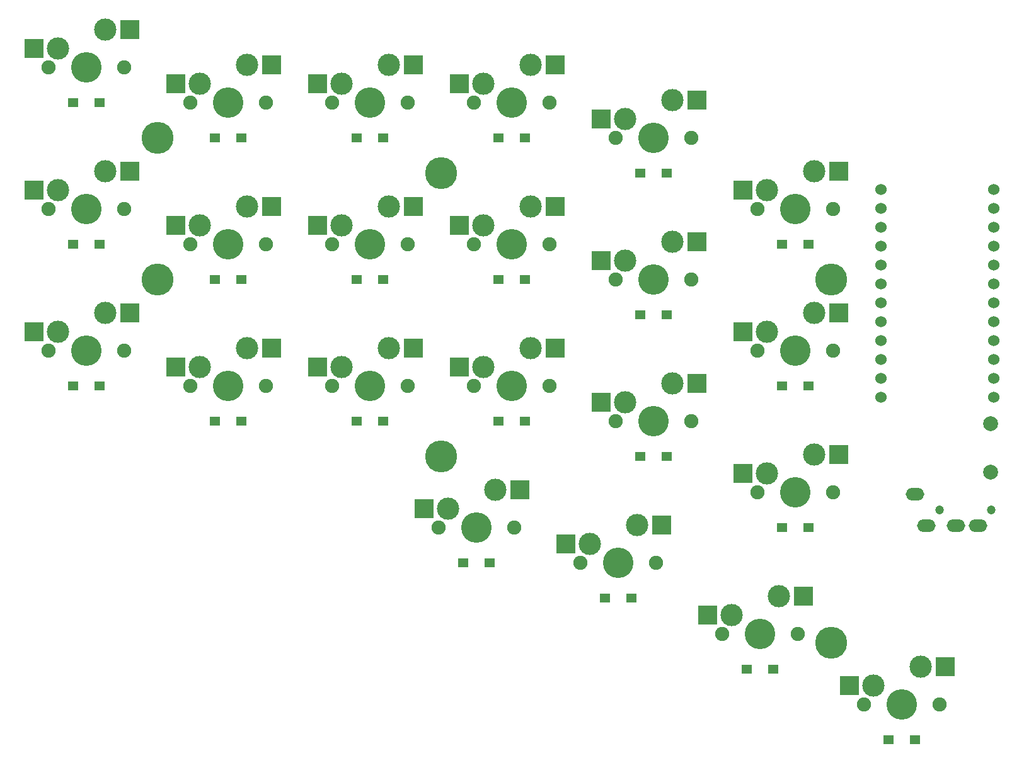
<source format=gbs>
%TF.GenerationSoftware,KiCad,Pcbnew,(7.0.0)*%
%TF.CreationDate,2023-04-23T18:46:31+09:00*%
%TF.ProjectId,mysplit44_pcb_l,6d797370-6c69-4743-9434-5f7063625f6c,rev?*%
%TF.SameCoordinates,Original*%
%TF.FileFunction,Soldermask,Bot*%
%TF.FilePolarity,Negative*%
%FSLAX46Y46*%
G04 Gerber Fmt 4.6, Leading zero omitted, Abs format (unit mm)*
G04 Created by KiCad (PCBNEW (7.0.0)) date 2023-04-23 18:46:31*
%MOMM*%
%LPD*%
G01*
G04 APERTURE LIST*
%ADD10C,1.900000*%
%ADD11C,3.000000*%
%ADD12C,4.100000*%
%ADD13R,2.550000X2.500000*%
%ADD14C,1.524000*%
%ADD15C,4.300000*%
%ADD16C,2.000000*%
%ADD17C,1.200000*%
%ADD18O,2.500000X1.700000*%
%ADD19R,1.400000X1.300000*%
G04 APERTURE END LIST*
D10*
%TO.C,SW6*%
X118745000Y-50006250D03*
D11*
X120015000Y-47466250D03*
D12*
X123825000Y-50006250D03*
D11*
X126365000Y-44926250D03*
D10*
X128905000Y-50006250D03*
D13*
X116739999Y-47466249D03*
X129666999Y-44926249D03*
%TD*%
D10*
%TO.C,SW8*%
X42545000Y-54768750D03*
D11*
X43815000Y-52228750D03*
D12*
X47625000Y-54768750D03*
D11*
X50165000Y-49688750D03*
D10*
X52705000Y-54768750D03*
D13*
X40539999Y-52228749D03*
X53466999Y-49688749D03*
%TD*%
D10*
%TO.C,SW18*%
X118745000Y-88106250D03*
D11*
X120015000Y-85566250D03*
D12*
X123825000Y-88106250D03*
D11*
X126365000Y-83026250D03*
D10*
X128905000Y-88106250D03*
D13*
X116739999Y-85566249D03*
X129666999Y-83026249D03*
%TD*%
D10*
%TO.C,SW21*%
X113982500Y-107156250D03*
D11*
X115252500Y-104616250D03*
D12*
X119062500Y-107156250D03*
D11*
X121602500Y-102076250D03*
D10*
X124142500Y-107156250D03*
D13*
X111977499Y-104616249D03*
X124904499Y-102076249D03*
%TD*%
D14*
%TO.C,U1*%
X150486400Y-47434500D03*
X150486400Y-49974500D03*
X150486400Y-52514500D03*
X150486400Y-55054500D03*
X150486400Y-57594500D03*
X150486400Y-60134500D03*
X150486400Y-62674500D03*
X150486400Y-65214500D03*
X150486400Y-67754500D03*
X150486400Y-70294500D03*
X150486400Y-72834500D03*
X150486400Y-75374500D03*
X135266400Y-75374500D03*
X135266400Y-72834500D03*
X135266400Y-70294500D03*
X135266400Y-67754500D03*
X135266400Y-65214500D03*
X135266400Y-62674500D03*
X135266400Y-60134500D03*
X135266400Y-57594500D03*
X135266400Y-55054500D03*
X135266400Y-52514500D03*
X135266400Y-49974500D03*
X135266400Y-47434500D03*
%TD*%
D10*
%TO.C,SW22*%
X133032500Y-116681250D03*
D11*
X134302500Y-114141250D03*
D12*
X138112500Y-116681250D03*
D11*
X140652500Y-111601250D03*
D10*
X143192500Y-116681250D03*
D13*
X131027499Y-114141249D03*
X143954499Y-111601249D03*
%TD*%
D10*
%TO.C,SW17*%
X99695000Y-78581250D03*
D11*
X100965000Y-76041250D03*
D12*
X104775000Y-78581250D03*
D11*
X107315000Y-73501250D03*
D10*
X109855000Y-78581250D03*
D13*
X97689999Y-76041249D03*
X110616999Y-73501249D03*
%TD*%
D10*
%TO.C,SW19*%
X75882500Y-92868750D03*
D11*
X77152500Y-90328750D03*
D12*
X80962500Y-92868750D03*
D11*
X83502500Y-87788750D03*
D10*
X86042500Y-92868750D03*
D13*
X73877499Y-90328749D03*
X86804499Y-87788749D03*
%TD*%
D15*
%TO.C,Ref\u002A\u002A*%
X38100000Y-40481250D03*
%TD*%
%TO.C,Ref\u002A\u002A*%
X76200000Y-83343750D03*
%TD*%
D10*
%TO.C,SW1*%
X23495000Y-30956250D03*
D11*
X24765000Y-28416250D03*
D12*
X28575000Y-30956250D03*
D11*
X31115000Y-25876250D03*
D10*
X33655000Y-30956250D03*
D13*
X21489999Y-28416249D03*
X34416999Y-25876249D03*
%TD*%
D15*
%TO.C,Ref\u002A\u002A*%
X38100000Y-59531250D03*
%TD*%
D10*
%TO.C,SW3*%
X61595000Y-35718750D03*
D11*
X62865000Y-33178750D03*
D12*
X66675000Y-35718750D03*
D11*
X69215000Y-30638750D03*
D10*
X71755000Y-35718750D03*
D13*
X59589999Y-33178749D03*
X72516999Y-30638749D03*
%TD*%
D10*
%TO.C,SW14*%
X42545000Y-73818750D03*
D11*
X43815000Y-71278750D03*
D12*
X47625000Y-73818750D03*
D11*
X50165000Y-68738750D03*
D10*
X52705000Y-73818750D03*
D13*
X40539999Y-71278749D03*
X53466999Y-68738749D03*
%TD*%
D10*
%TO.C,SW10*%
X80645000Y-54768750D03*
D11*
X81915000Y-52228750D03*
D12*
X85725000Y-54768750D03*
D11*
X88265000Y-49688750D03*
D10*
X90805000Y-54768750D03*
D13*
X78639999Y-52228749D03*
X91566999Y-49688749D03*
%TD*%
D16*
%TO.C,RESW1*%
X150018750Y-78903125D03*
X150018750Y-85403125D03*
%TD*%
D10*
%TO.C,SW16*%
X80645000Y-73818750D03*
D11*
X81915000Y-71278750D03*
D12*
X85725000Y-73818750D03*
D11*
X88265000Y-68738750D03*
D10*
X90805000Y-73818750D03*
D13*
X78639999Y-71278749D03*
X91566999Y-68738749D03*
%TD*%
D10*
%TO.C,SW5*%
X99695000Y-40481250D03*
D11*
X100965000Y-37941250D03*
D12*
X104775000Y-40481250D03*
D11*
X107315000Y-35401250D03*
D10*
X109855000Y-40481250D03*
D13*
X97689999Y-37941249D03*
X110616999Y-35401249D03*
%TD*%
D10*
%TO.C,SW20*%
X94932500Y-97631250D03*
D11*
X96202500Y-95091250D03*
D12*
X100012500Y-97631250D03*
D11*
X102552500Y-92551250D03*
D10*
X105092500Y-97631250D03*
D13*
X92927499Y-95091249D03*
X105854499Y-92551249D03*
%TD*%
D10*
%TO.C,SW11*%
X99695000Y-59531250D03*
D11*
X100965000Y-56991250D03*
D12*
X104775000Y-59531250D03*
D11*
X107315000Y-54451250D03*
D10*
X109855000Y-59531250D03*
D13*
X97689999Y-56991249D03*
X110616999Y-54451249D03*
%TD*%
D17*
%TO.C,J1*%
X150156250Y-90487500D03*
X143156250Y-90487500D03*
D18*
X139856249Y-88387499D03*
X148356249Y-92587499D03*
X145356249Y-92587499D03*
X141356249Y-92587499D03*
%TD*%
D15*
%TO.C,Ref\u002A\u002A*%
X128587500Y-59531250D03*
%TD*%
D10*
%TO.C,SW9*%
X61595000Y-54768750D03*
D11*
X62865000Y-52228750D03*
D12*
X66675000Y-54768750D03*
D11*
X69215000Y-49688750D03*
D10*
X71755000Y-54768750D03*
D13*
X59589999Y-52228749D03*
X72516999Y-49688749D03*
%TD*%
D10*
%TO.C,SW12*%
X118745000Y-69056250D03*
D11*
X120015000Y-66516250D03*
D12*
X123825000Y-69056250D03*
D11*
X126365000Y-63976250D03*
D10*
X128905000Y-69056250D03*
D13*
X116739999Y-66516249D03*
X129666999Y-63976249D03*
%TD*%
D15*
%TO.C,Ref\u002A\u002A*%
X128587500Y-108346875D03*
%TD*%
D10*
%TO.C,SW4*%
X80645000Y-35718750D03*
D11*
X81915000Y-33178750D03*
D12*
X85725000Y-35718750D03*
D11*
X88265000Y-30638750D03*
D10*
X90805000Y-35718750D03*
D13*
X78639999Y-33178749D03*
X91566999Y-30638749D03*
%TD*%
D10*
%TO.C,SW13*%
X23495000Y-69056250D03*
D11*
X24765000Y-66516250D03*
D12*
X28575000Y-69056250D03*
D11*
X31115000Y-63976250D03*
D10*
X33655000Y-69056250D03*
D13*
X21489999Y-66516249D03*
X34416999Y-63976249D03*
%TD*%
D15*
%TO.C,Ref\u002A\u002A*%
X76200000Y-45243750D03*
%TD*%
D10*
%TO.C,SW15*%
X61595000Y-73818750D03*
D11*
X62865000Y-71278750D03*
D12*
X66675000Y-73818750D03*
D11*
X69215000Y-68738750D03*
D10*
X71755000Y-73818750D03*
D13*
X59589999Y-71278749D03*
X72516999Y-68738749D03*
%TD*%
D10*
%TO.C,SW7*%
X23495000Y-50006250D03*
D11*
X24765000Y-47466250D03*
D12*
X28575000Y-50006250D03*
D11*
X31115000Y-44926250D03*
D10*
X33655000Y-50006250D03*
D13*
X21489999Y-47466249D03*
X34416999Y-44926249D03*
%TD*%
D10*
%TO.C,SW2*%
X42545000Y-35718750D03*
D11*
X43815000Y-33178750D03*
D12*
X47625000Y-35718750D03*
D11*
X50165000Y-30638750D03*
D10*
X52705000Y-35718750D03*
D13*
X40539999Y-33178749D03*
X53466999Y-30638749D03*
%TD*%
D19*
%TO.C,D7*%
X26799999Y-54768749D03*
X30349999Y-54768749D03*
%TD*%
%TO.C,D9*%
X64899999Y-59531249D03*
X68449999Y-59531249D03*
%TD*%
%TO.C,D4*%
X83949999Y-40481249D03*
X87499999Y-40481249D03*
%TD*%
%TO.C,D18*%
X122049999Y-92868749D03*
X125599999Y-92868749D03*
%TD*%
%TO.C,D3*%
X64899999Y-40481249D03*
X68449999Y-40481249D03*
%TD*%
%TO.C,D15*%
X64899999Y-78581249D03*
X68449999Y-78581249D03*
%TD*%
%TO.C,D16*%
X83949999Y-78581249D03*
X87499999Y-78581249D03*
%TD*%
%TO.C,D19*%
X79187499Y-97631249D03*
X82737499Y-97631249D03*
%TD*%
%TO.C,D14*%
X45849999Y-78581249D03*
X49399999Y-78581249D03*
%TD*%
%TO.C,D12*%
X122049999Y-73818749D03*
X125599999Y-73818749D03*
%TD*%
%TO.C,D17*%
X102999999Y-83343749D03*
X106549999Y-83343749D03*
%TD*%
%TO.C,D13*%
X26799999Y-73818749D03*
X30349999Y-73818749D03*
%TD*%
%TO.C,D6*%
X122049999Y-54768749D03*
X125599999Y-54768749D03*
%TD*%
%TO.C,D2*%
X45849999Y-40481249D03*
X49399999Y-40481249D03*
%TD*%
%TO.C,D20*%
X98237499Y-102393749D03*
X101787499Y-102393749D03*
%TD*%
%TO.C,D10*%
X83949999Y-59531249D03*
X87499999Y-59531249D03*
%TD*%
%TO.C,D11*%
X102999999Y-64293749D03*
X106549999Y-64293749D03*
%TD*%
%TO.C,D5*%
X102999999Y-45243749D03*
X106549999Y-45243749D03*
%TD*%
%TO.C,D8*%
X45849999Y-59531249D03*
X49399999Y-59531249D03*
%TD*%
%TO.C,D21*%
X117287499Y-111918749D03*
X120837499Y-111918749D03*
%TD*%
%TO.C,D1*%
X26799999Y-35718749D03*
X30349999Y-35718749D03*
%TD*%
%TO.C,D22*%
X136337499Y-121443749D03*
X139887499Y-121443749D03*
%TD*%
M02*

</source>
